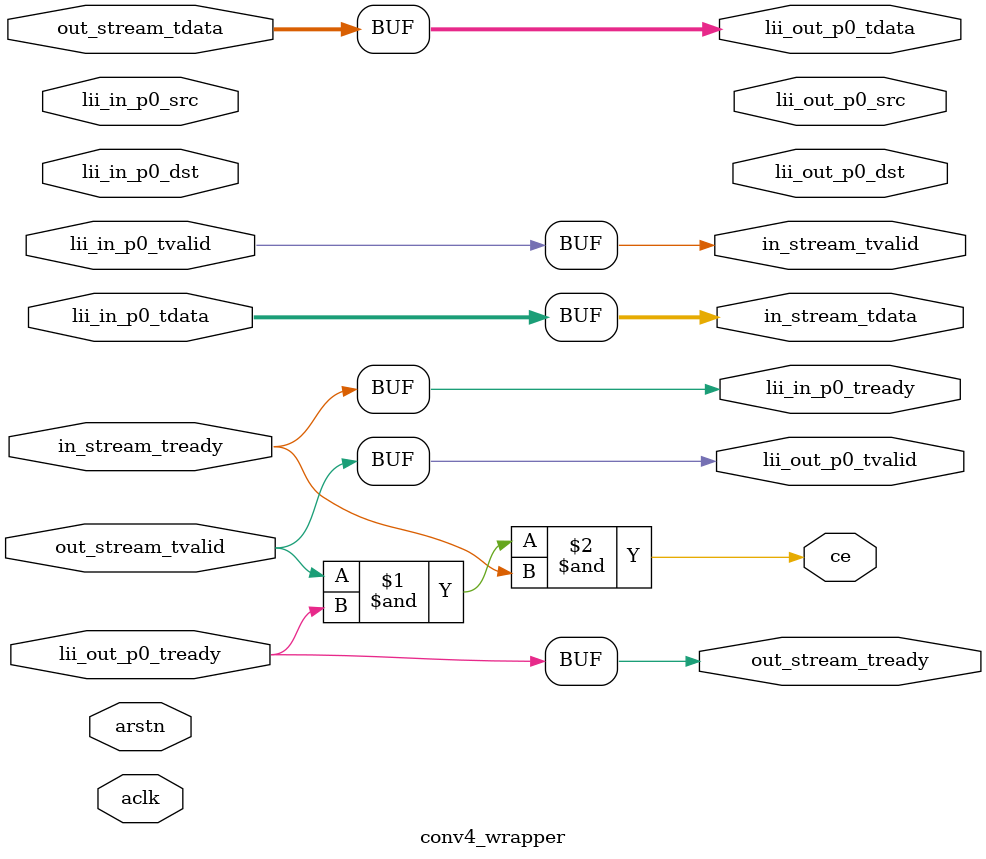
<source format=v>
`timescale 1ns/1ps

module conv4_wrapper
#(
    parameter NIN  = 1,   // logic input streams
    parameter NOUT = 1,  // logic output streams
    parameter P    = 1,              // phy in channels
    parameter Q    = 1,             // phy out channels
    parameter PW   = 128              // packing width
)
(
    // ------ clock and reset ------
    input  wire                     aclk,
    input  wire                     arstn,
    // ------ LII phy input ------
    input  wire [PW-1:0]            lii_in_p0_tdata,
    input  wire                     lii_in_p0_tvalid,
    output wire                     lii_in_p0_tready,
    input  wire [7:0]               lii_in_p0_src,
    input  wire [7:0]               lii_in_p0_dst,
    // ------ LII phy output ------
    output wire [PW-1:0]            lii_out_p0_tdata,
    output wire                     lii_out_p0_tvalid,
    input  wire                     lii_out_p0_tready,
    output wire [7:0]               lii_out_p0_src,
    output wire [7:0]               lii_out_p0_dst,
    // ------ connection to HLS kernel ------
    output wire [127:0]   in_stream_tdata,
    output wire                     in_stream_tvalid,
    input  wire                     in_stream_tready,
    input  wire [127:0]   out_stream_tdata,
    input  wire                     out_stream_tvalid,
    output wire                     out_stream_tready,
    // ------ clock enable for HLS kernel ------
    output wire                     ce
);

    // ========= input: unpack =========
    assign lii_in_p0_tready =
        in_stream_tready;
    assign in_stream_tdata  = lii_in_p0_tdata[127:0];
    assign in_stream_tvalid = lii_in_p0_tvalid;

    // ========= output: pack =========
    assign lii_out_p0_tvalid = 
        out_stream_tvalid;
    assign lii_out_p0_tdata = {
        out_stream_tdata
    };
    assign { out_stream_tready } =
           { lii_out_p0_tready };

    // ========= kernel clock gating =========
    assign ce = (out_stream_tvalid) &
                (lii_out_p0_tready) &
                (lii_in_p0_tready);
endmodule
</source>
